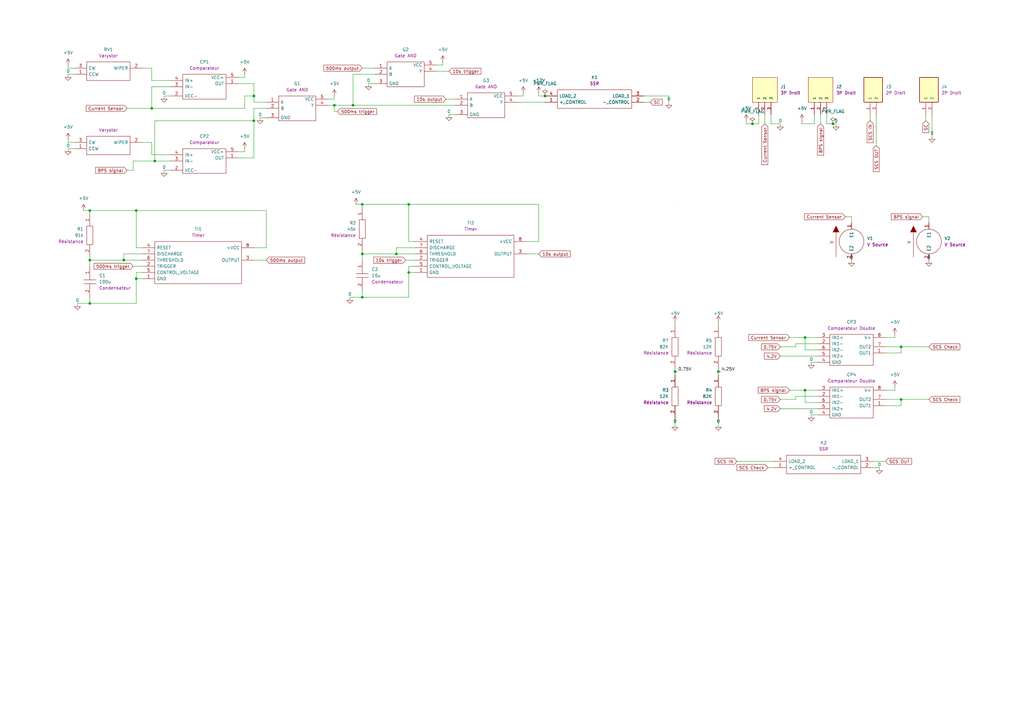
<source format=kicad_sch>
(kicad_sch (version 20230121) (generator eeschema)
  (paper "A3")
  (junction (at 276.86 152.4))
  (junction (at 55.88 114.3))
  (junction (at 50.8 106.68))
  (junction (at 308.61 50.8))
  (junction (at 148.59 104.14))
  (junction (at 294.64 152.4))
  (junction (at 167.64 111.76))
  (junction (at 104.14 39.37))
  (junction (at 62.23 44.45))
  (junction (at 330.2 160.02))
  (junction (at 330.2 138.43))
  (junction (at 369.57 142.24))
  (junction (at 341.63 50.8))
  (junction (at 36.83 106.68))
  (junction (at 36.83 86.36))
  (junction (at 137.16 43.18))
  (junction (at 104.14 49.53))
  (junction (at 148.59 121.92))
  (junction (at 148.59 83.82))
  (junction (at 167.64 83.82))
  (junction (at 369.57 163.83))
  (junction (at 63.5 66.04))
  (junction (at 36.83 124.46))
  (junction (at 144.78 43.18))
  (junction (at 223.52 39.37))
  (junction (at 162.56 104.14))
  (junction (at 55.88 86.36))
  (wire (pts (xy 167.64 111.76) (xy 170.18 111.76)))
  (wire (pts (xy 62.23 44.45) (xy 52.07 44.45)))
  (wire (pts (xy 341.63 50.8) (xy 342.9 50.8)))
  (wire (pts (xy 330.2 165.1) (xy 335.28 165.1)))
  (wire (pts (xy 215.9 104.14) (xy 220.98 104.14)))
  (wire (pts (xy 313.69 46.99) (xy 313.69 50.8)))
  (wire (pts (xy 167.64 83.82) (xy 220.98 83.82)))
  (wire (pts (xy 274.32 39.37) (xy 274.32 43.18)))
  (wire (pts (xy 323.85 138.43) (xy 330.2 138.43)))
  (wire (pts (xy 339.09 50.8) (xy 341.63 50.8)))
  (wire (pts (xy 349.25 106.68) (xy 349.25 107.95)))
  (wire (pts (xy 100.33 60.96) (xy 100.33 62.23)))
  (wire (pts (xy 320.04 50.8) (xy 320.04 52.07)))
  (wire (pts (xy 360.68 191.77) (xy 360.68 193.04)))
  (wire (pts (xy 276.86 152.4) (xy 278.13 152.4)))
  (wire (pts (xy 162.56 101.6) (xy 162.56 104.14)))
  (wire (pts (xy 316.23 50.8) (xy 320.04 50.8)))
  (wire (pts (xy 302.26 189.23) (xy 317.5 189.23)))
  (wire (pts (xy 367.03 137.16) (xy 367.03 138.43)))
  (wire (pts (xy 148.59 104.14) (xy 162.56 104.14)))
  (wire (pts (xy 363.22 142.24) (xy 369.57 142.24)))
  (wire (pts (xy 143.51 123.19) (xy 143.51 121.92)))
  (wire (pts (xy 67.31 39.37) (xy 67.31 40.64)))
  (wire (pts (xy 69.85 39.37) (xy 67.31 39.37)))
  (wire (pts (xy 146.05 83.82) (xy 148.59 83.82)))
  (wire (pts (xy 62.23 33.02) (xy 69.85 33.02)))
  (wire (pts (xy 369.57 142.24) (xy 369.57 144.78)))
  (wire (pts (xy 323.85 160.02) (xy 330.2 160.02)))
  (wire (pts (xy 367.03 158.75) (xy 367.03 160.02)))
  (wire (pts (xy 104.14 101.6) (xy 109.22 101.6)))
  (wire (pts (xy 36.83 106.68) (xy 50.8 106.68)))
  (wire (pts (xy 104.14 39.37) (xy 104.14 41.91)))
  (wire (pts (xy 335.28 170.18) (xy 332.74 170.18)))
  (wire (pts (xy 148.59 27.94) (xy 153.67 27.94)))
  (wire (pts (xy 294.64 132.08) (xy 294.64 133.35)))
  (wire (pts (xy 167.64 121.92) (xy 148.59 121.92)))
  (wire (pts (xy 58.42 111.76) (xy 55.88 111.76)))
  (wire (pts (xy 27.94 58.42) (xy 30.48 58.42)))
  (wire (pts (xy 153.67 34.29) (xy 151.13 34.29)))
  (wire (pts (xy 106.68 48.26) (xy 106.68 49.53)))
  (wire (pts (xy 311.15 46.99) (xy 311.15 50.8)))
  (wire (pts (xy 369.57 166.37) (xy 363.22 166.37)))
  (wire (pts (xy 363.22 163.83) (xy 369.57 163.83)))
  (wire (pts (xy 104.14 41.91) (xy 109.22 41.91)))
  (wire (pts (xy 369.57 163.83) (xy 369.57 166.37)))
  (wire (pts (xy 306.07 50.8) (xy 306.07 49.53)))
  (wire (pts (xy 332.74 170.18) (xy 332.74 171.45)))
  (wire (pts (xy 326.39 142.24) (xy 320.04 142.24)))
  (wire (pts (xy 214.63 39.37) (xy 212.09 39.37)))
  (wire (pts (xy 294.64 152.4) (xy 294.64 153.67)))
  (wire (pts (xy 109.22 48.26) (xy 106.68 48.26)))
  (wire (pts (xy 97.79 64.77) (xy 104.14 64.77)))
  (wire (pts (xy 367.03 160.02) (xy 363.22 160.02)))
  (wire (pts (xy 162.56 101.6) (xy 170.18 101.6)))
  (wire (pts (xy 359.41 46.99) (xy 359.41 59.69)))
  (wire (pts (xy 30.48 30.48) (xy 27.94 30.48)))
  (wire (pts (xy 137.16 45.72) (xy 138.43 45.72)))
  (wire (pts (xy 346.71 88.9) (xy 349.25 88.9)))
  (wire (pts (xy 308.61 50.8) (xy 306.07 50.8)))
  (wire (pts (xy 109.22 101.6) (xy 109.22 86.36)))
  (wire (pts (xy 264.16 39.37) (xy 274.32 39.37)))
  (wire (pts (xy 170.18 109.22) (xy 167.64 109.22)))
  (wire (pts (xy 167.64 109.22) (xy 167.64 111.76)))
  (wire (pts (xy 330.2 160.02) (xy 335.28 160.02)))
  (wire (pts (xy 326.39 162.56) (xy 326.39 163.83)))
  (wire (pts (xy 356.87 46.99) (xy 356.87 49.53)))
  (wire (pts (xy 214.63 38.1) (xy 214.63 39.37)))
  (wire (pts (xy 336.55 46.99) (xy 336.55 50.8)))
  (wire (pts (xy 36.83 105.41) (xy 36.83 106.68)))
  (wire (pts (xy 153.67 30.48) (xy 144.78 30.48)))
  (wire (pts (xy 100.33 30.48) (xy 100.33 31.75)))
  (wire (pts (xy 148.59 83.82) (xy 148.59 85.09)))
  (wire (pts (xy 58.42 58.42) (xy 62.23 58.42)))
  (wire (pts (xy 367.03 138.43) (xy 363.22 138.43)))
  (wire (pts (xy 328.93 50.8) (xy 328.93 49.53)))
  (wire (pts (xy 212.09 41.91) (xy 223.52 41.91)))
  (wire (pts (xy 220.98 38.1) (xy 220.98 39.37)))
  (wire (pts (xy 36.83 86.36) (xy 36.83 87.63)))
  (wire (pts (xy 167.64 83.82) (xy 167.64 99.06)))
  (wire (pts (xy 27.94 26.67) (xy 27.94 27.94)))
  (wire (pts (xy 55.88 101.6) (xy 58.42 101.6)))
  (wire (pts (xy 330.2 160.02) (xy 330.2 165.1)))
  (wire (pts (xy 349.25 88.9) (xy 349.25 91.44)))
  (wire (pts (xy 167.64 99.06) (xy 170.18 99.06)))
  (wire (pts (xy 27.94 60.96) (xy 27.94 62.23)))
  (wire (pts (xy 316.23 46.99) (xy 316.23 50.8)))
  (wire (pts (xy 369.57 142.24) (xy 381 142.24)))
  (wire (pts (xy 137.16 43.18) (xy 144.78 43.18)))
  (wire (pts (xy 181.61 25.4) (xy 181.61 26.67)))
  (wire (pts (xy 314.96 191.77) (xy 317.5 191.77)))
  (wire (pts (xy 311.15 50.8) (xy 308.61 50.8)))
  (wire (pts (xy 54.61 66.04) (xy 63.5 66.04)))
  (wire (pts (xy 100.33 62.23) (xy 97.79 62.23)))
  (wire (pts (xy 148.59 83.82) (xy 167.64 83.82)))
  (wire (pts (xy 100.33 31.75) (xy 97.79 31.75)))
  (wire (pts (xy 143.51 121.92) (xy 148.59 121.92)))
  (wire (pts (xy 330.2 143.51) (xy 335.28 143.51)))
  (wire (pts (xy 276.86 151.13) (xy 276.86 152.4)))
  (wire (pts (xy 148.59 102.87) (xy 148.59 104.14)))
  (wire (pts (xy 276.86 132.08) (xy 276.86 133.35)))
  (wire (pts (xy 330.2 138.43) (xy 330.2 143.51)))
  (wire (pts (xy 358.14 189.23) (xy 363.22 189.23)))
  (wire (pts (xy 31.75 125.73) (xy 31.75 124.46)))
  (wire (pts (xy 137.16 40.64) (xy 134.62 40.64)))
  (wire (pts (xy 320.04 167.64) (xy 335.28 167.64)))
  (wire (pts (xy 62.23 35.56) (xy 62.23 44.45)))
  (wire (pts (xy 63.5 49.53) (xy 63.5 66.04)))
  (wire (pts (xy 104.14 34.29) (xy 104.14 39.37)))
  (wire (pts (xy 104.14 49.53) (xy 63.5 49.53)))
  (wire (pts (xy 134.62 43.18) (xy 137.16 43.18)))
  (wire (pts (xy 54.61 109.22) (xy 58.42 109.22)))
  (wire (pts (xy 104.14 44.45) (xy 104.14 49.53)))
  (wire (pts (xy 36.83 121.92) (xy 36.83 124.46)))
  (wire (pts (xy 55.88 111.76) (xy 55.88 114.3)))
  (wire (pts (xy 137.16 43.18) (xy 137.16 45.72)))
  (wire (pts (xy 181.61 26.67) (xy 179.07 26.67)))
  (wire (pts (xy 264.16 41.91) (xy 266.7 41.91)))
  (wire (pts (xy 369.57 163.83) (xy 381 163.83)))
  (wire (pts (xy 55.88 114.3) (xy 55.88 124.46)))
  (wire (pts (xy 334.01 46.99) (xy 334.01 50.8)))
  (wire (pts (xy 379.73 46.99) (xy 379.73 49.53)))
  (wire (pts (xy 55.88 86.36) (xy 109.22 86.36)))
  (wire (pts (xy 223.52 39.37) (xy 220.98 39.37)))
  (wire (pts (xy 104.14 44.45) (xy 109.22 44.45)))
  (wire (pts (xy 27.94 57.15) (xy 27.94 58.42)))
  (wire (pts (xy 294.64 151.13) (xy 294.64 152.4)))
  (wire (pts (xy 104.14 106.68) (xy 109.22 106.68)))
  (wire (pts (xy 330.2 138.43) (xy 335.28 138.43)))
  (wire (pts (xy 148.59 104.14) (xy 148.59 106.68)))
  (wire (pts (xy 186.69 46.99) (xy 184.15 46.99)))
  (wire (pts (xy 166.37 106.68) (xy 170.18 106.68)))
  (wire (pts (xy 27.94 27.94) (xy 30.48 27.94)))
  (wire (pts (xy 69.85 69.85) (xy 67.31 69.85)))
  (wire (pts (xy 55.88 124.46) (xy 36.83 124.46)))
  (wire (pts (xy 50.8 104.14) (xy 50.8 106.68)))
  (wire (pts (xy 326.39 140.97) (xy 335.28 140.97)))
  (wire (pts (xy 34.29 86.36) (xy 36.83 86.36)))
  (wire (pts (xy 328.93 50.8) (xy 334.01 50.8)))
  (wire (pts (xy 332.74 148.59) (xy 332.74 149.86)))
  (wire (pts (xy 276.86 171.45) (xy 276.86 175.26)))
  (wire (pts (xy 151.13 34.29) (xy 151.13 35.56)))
  (wire (pts (xy 100.33 44.45) (xy 100.33 39.37)))
  (wire (pts (xy 326.39 140.97) (xy 326.39 142.24)))
  (wire (pts (xy 220.98 99.06) (xy 220.98 83.82)))
  (wire (pts (xy 30.48 60.96) (xy 27.94 60.96)))
  (wire (pts (xy 167.64 111.76) (xy 167.64 121.92)))
  (wire (pts (xy 62.23 35.56) (xy 69.85 35.56)))
  (wire (pts (xy 294.64 171.45) (xy 294.64 175.26)))
  (wire (pts (xy 54.61 69.85) (xy 52.07 69.85)))
  (wire (pts (xy 335.28 148.59) (xy 332.74 148.59)))
  (wire (pts (xy 36.83 86.36) (xy 55.88 86.36)))
  (wire (pts (xy 62.23 27.94) (xy 62.23 33.02)))
  (wire (pts (xy 326.39 163.83) (xy 320.04 163.83)))
  (wire (pts (xy 100.33 39.37) (xy 104.14 39.37)))
  (wire (pts (xy 326.39 162.56) (xy 335.28 162.56)))
  (wire (pts (xy 294.64 152.4) (xy 295.91 152.4)))
  (wire (pts (xy 55.88 86.36) (xy 55.88 101.6)))
  (wire (pts (xy 144.78 30.48) (xy 144.78 43.18)))
  (wire (pts (xy 381 88.9) (xy 381 91.44)))
  (wire (pts (xy 320.04 146.05) (xy 335.28 146.05)))
  (wire (pts (xy 276.86 152.4) (xy 276.86 153.67)))
  (wire (pts (xy 54.61 66.04) (xy 54.61 69.85)))
  (wire (pts (xy 381 106.68) (xy 381 107.95)))
  (wire (pts (xy 50.8 104.14) (xy 58.42 104.14)))
  (wire (pts (xy 104.14 49.53) (xy 104.14 64.77)))
  (wire (pts (xy 382.27 46.99) (xy 382.27 57.15)))
  (wire (pts (xy 27.94 30.48) (xy 27.94 31.75)))
  (wire (pts (xy 137.16 39.37) (xy 137.16 40.64)))
  (wire (pts (xy 148.59 119.38) (xy 148.59 121.92)))
  (wire (pts (xy 97.79 34.29) (xy 104.14 34.29)))
  (wire (pts (xy 62.23 44.45) (xy 100.33 44.45)))
  (wire (pts (xy 342.9 50.8) (xy 342.9 52.07)))
  (wire (pts (xy 184.15 46.99) (xy 184.15 48.26)))
  (wire (pts (xy 369.57 144.78) (xy 363.22 144.78)))
  (wire (pts (xy 179.07 29.21) (xy 184.15 29.21)))
  (wire (pts (xy 144.78 43.18) (xy 186.69 43.18)))
  (wire (pts (xy 50.8 106.68) (xy 58.42 106.68)))
  (wire (pts (xy 58.42 27.94) (xy 62.23 27.94)))
  (wire (pts (xy 182.88 40.64) (xy 186.69 40.64)))
  (wire (pts (xy 31.75 124.46) (xy 36.83 124.46)))
  (wire (pts (xy 67.31 69.85) (xy 67.31 71.12)))
  (wire (pts (xy 55.88 114.3) (xy 58.42 114.3)))
  (wire (pts (xy 63.5 66.04) (xy 69.85 66.04)))
  (wire (pts (xy 358.14 191.77) (xy 360.68 191.77)))
  (wire (pts (xy 62.23 58.42) (xy 62.23 63.5)))
  (wire (pts (xy 162.56 104.14) (xy 170.18 104.14)))
  (wire (pts (xy 215.9 99.06) (xy 220.98 99.06)))
  (wire (pts (xy 36.83 106.68) (xy 36.83 109.22)))
  (wire (pts (xy 339.09 46.99) (xy 339.09 50.8)))
  (wire (pts (xy 378.46 88.9) (xy 381 88.9)))
  (wire (pts (xy 62.23 63.5) (xy 69.85 63.5)))
  (rectangle (start 276.86 82.55) (end 276.86 82.55))
  (label "4.25V" (at 295.91 152.4 0))
  (label "0.75V" (at 278.13 152.4 0))
  (global_label "Current Sensor" (shape input) (at 313.69 50.8 270) (property "Intersheetrefs" "${INTERSHEET_REFS}" (effects hide)))
  (global_label "500ms trigger" (shape input) (at 54.61 109.22 180) (property "Intersheetrefs" "${INTERSHEET_REFS}" (effects hide)))
  (global_label "BPS signal" (shape input) (at 378.46 88.9 180) (property "Intersheetrefs" "${INTERSHEET_REFS}" (effects hide)))
  (global_label "SCS IN" (shape input) (at 302.26 189.23 180) (property "Intersheetrefs" "${INTERSHEET_REFS}" (effects hide)))
  (global_label "SCS Check" (shape input) (at 314.96 191.77 180) (property "Intersheetrefs" "${INTERSHEET_REFS}" (effects hide)))
  (global_label "4.2V" (shape input) (at 320.04 146.05 180) (property "Intersheetrefs" "${INTERSHEET_REFS}" (effects hide)))
  (global_label "500ms output" (shape input) (at 148.59 27.94 180) (property "Intersheetrefs" "${INTERSHEET_REFS}" (effects hide)))
  (global_label "SCS OUT" (shape input) (at 363.22 189.23 0) (property "Intersheetrefs" "${INTERSHEET_REFS}" (effects hide)))
  (global_label "500ms trigger" (shape input) (at 138.43 45.72 0) (property "Intersheetrefs" "${INTERSHEET_REFS}" (effects hide)))
  (global_label "BPS signal" (shape input) (at 336.55 50.8 270) (property "Intersheetrefs" "${INTERSHEET_REFS}" (effects hide)))
  (global_label "BPS signal" (shape input) (at 52.07 69.85 180) (property "Intersheetrefs" "${INTERSHEET_REFS}" (effects hide)))
  (global_label "SC" (shape input) (at 266.7 41.91 0) (property "Intersheetrefs" "${INTERSHEET_REFS}" (effects hide)))
  (global_label "Current Sensor" (shape input) (at 346.71 88.9 180) (property "Intersheetrefs" "${INTERSHEET_REFS}" (effects hide)))
  (global_label "0.75V" (shape input) (at 320.04 163.83 180) (property "Intersheetrefs" "${INTERSHEET_REFS}" (effects hide)))
  (global_label "SCS IN" (shape input) (at 356.87 49.53 270) (property "Intersheetrefs" "${INTERSHEET_REFS}" (effects hide)))
  (global_label "4.2V" (shape input) (at 320.04 167.64 180) (property "Intersheetrefs" "${INTERSHEET_REFS}" (effects hide)))
  (global_label "SCS Check" (shape input) (at 381 142.24 0) (property "Intersheetrefs" "${INTERSHEET_REFS}" (effects hide)))
  (global_label "10s trigger" (shape input) (at 166.37 106.68 180) (property "Intersheetrefs" "${INTERSHEET_REFS}" (effects hide)))
  (global_label "10s output" (shape input) (at 182.88 40.64 180) (property "Intersheetrefs" "${INTERSHEET_REFS}" (effects hide)))
  (global_label "SCS OUT" (shape input) (at 359.41 59.69 270) (property "Intersheetrefs" "${INTERSHEET_REFS}" (effects hide)))
  (global_label "SC" (shape input) (at 379.73 49.53 270) (property "Intersheetrefs" "${INTERSHEET_REFS}" (effects hide)))
  (global_label "Current Sensor" (shape input) (at 52.07 44.45 180) (property "Intersheetrefs" "${INTERSHEET_REFS}" (effects hide)))
  (global_label "10s trigger" (shape input) (at 184.15 29.21 0) (property "Intersheetrefs" "${INTERSHEET_REFS}" (effects hide)))
  (global_label "SCS Check" (shape input) (at 381 163.83 0) (property "Intersheetrefs" "${INTERSHEET_REFS}" (effects hide)))
  (global_label "BPS signal" (shape input) (at 323.85 160.02 180) (property "Intersheetrefs" "${INTERSHEET_REFS}" (effects hide)))
  (global_label "10s output" (shape input) (at 220.98 104.14 0) (property "Intersheetrefs" "${INTERSHEET_REFS}" (effects hide)))
  (global_label "Current Sensor" (shape input) (at 323.85 138.43 180) (property "Intersheetrefs" "${INTERSHEET_REFS}" (effects hide)))
  (global_label "500ms output" (shape input) (at 109.22 106.68 0) (property "Intersheetrefs" "${INTERSHEET_REFS}" (effects hide)))
  (global_label "0.75V" (shape input) (at 320.04 142.24 180) (property "Intersheetrefs" "${INTERSHEET_REFS}" (effects hide)))
  (symbol (lib_id "Simulation_SPICE:0") (at 67.31 71.12 0) (unit 1)
    (property "Reference" "#GND09" (effects hide))
    (property "Value" "0" (at 67.31 68.58 0))
  )
  (symbol (lib_id "Simulation_SPICE:0") (at 106.68 49.53 0) (unit 1)
    (property "Reference" "#GND010" (effects hide))
    (property "Value" "0" (at 106.68 46.99 0))
  )
  (symbol (lib_id "EPSA_lib:Résistance RK73H2BLTDD2152F") (at 294.64 153.67 270) (unit 1)
    (property "Reference" "R4" (at 292.1 160.02 90) (effects (justify right)))
    (property "Value" "82K" (at 292.1 162.56 90) (effects (justify right)))
    (property "Footprint" "EPSA_lib:RESC3216X70N" (effects hide))
    (property "Datasheet" "http://www.koaspeer.com/catimages/Products/RK73H/RK73H.pdf" (effects hide))
    (property "Sim.Pins" "1=+ 2=-" (effects hide))
    (property "Sim.Device" "R" (effects hide))
    (property "Description" "Thick Film Resistors - SMD" (effects hide))
    (property "Height" "0.7" (effects hide))
    (property "Manufacturer_Name" "KOA Speer" (effects hide))
    (property "Manufacturer_Part_Number" "RK73H2BLTDD2152F" (effects hide))
    (property "Mouser Part Number" "N/A" (effects hide))
    (property "Mouser Price/Stock" "https://www.mouser.co.uk/ProductDetail/KOA-Speer/RK73H2BLTDD2152F?qs=WeIALVmW3zmyxMFsjVzMRw%3D%3D" (effects hide))
    (property "Render Name" "Résistance" (at 292.1 165.1 90) (effects (justify right)))
  )
  (symbol (lib_id "power:PWR_FLAG") (at 308.61 50.8 0) (unit 1)
    (property "Reference" "#FLG01" (effects hide))
    (property "Value" "PWR_FLAG" (at 308.61 45.72 0))
  )
  (symbol (lib_id "EPSA_lib:Comparateur TS391ILT") (at 69.85 63.5 0) (unit 1)
    (property "Reference" "CP2" (at 83.82 55.88 0))
    (property "Value" "Comparateur TS391ILT" (effects hide))
    (property "Footprint" "EPSA_lib:SOT95P280X145-5N" (effects hide))
    (property "Datasheet" "http://www.st.com/st-web-ui/static/active/en/resource/technical/document/datasheet/CD00001660.pdf" (effects hide))
    (property "Sim.Pins" "4=1 3=2 5=3 2=4 1=5" (effects hide))
    (property "Sim.Device" "SPICE" (effects hide))
    (property "Sim.Params" "type=\"X\" model=\"TS391\" lib=\"${EPSA}\\SpiceModel\\C_ts391.lib\"" (effects hide))
    (property "Description" "TS391ILT, Comparator Open Collector 0.3us 12 V, 15 V, 18 V, 24 V, 28 V, 3 V, 5 V, 9 V 5-Pin SOT-23" (effects hide))
    (property "Height" "1.45" (effects hide))
    (property "Manufacturer_Name" "STMicroelectronics" (effects hide))
    (property "Manufacturer_Part_Number" "TS391ILT" (effects hide))
    (property "Mouser Part Number" "511-TS391IL" (effects hide))
    (property "Mouser Price/Stock" "https://www.mouser.co.uk/ProductDetail/STMicroelectronics/TS391ILT?qs=P8h1tZw8GcB9GWR61XM17g%3D%3D" (effects hide))
    (property "Arrow Part Number" "TS391ILT" (effects hide))
    (property "Arrow Price/Stock" "https://www.arrow.com/en/products/ts391ilt/stmicroelectronics?region=europe" (effects hide))
    (property "Render Name" "Comparateur" (at 83.82 58.42 0))
  )
  (symbol (lib_id "EPSA_lib:Gate AND SN74AHCT1G08DBVR") (at 186.69 40.64 0) (unit 1)
    (property "Reference" "G3" (at 199.39 33.02 0))
    (property "Value" "Gate AND SN74AHCT1G08DBVR" (effects hide))
    (property "Footprint" "EPSA_lib:SOT95P280X145-5N" (effects hide))
    (property "Datasheet" "https://datasheet.datasheetarchive.com/originals/distributors/SFDatasheet-6/sf-000128638.pdf" (effects hide))
    (property "Sim.Pins" "4=1 1=2 2=3 5=4 3=5" (effects hide))
    (property "Sim.Device" "SPICE" (effects hide))
    (property "Sim.Params" "type=\"X\" model=\"SN74AHC1G08\" lib=\"${EPSA}\\SpiceModel\\AND_SN74AHC1G08.lib\"" (effects hide))
    (property "Description" "SN74AHCT1G08DBVR, Logic Gate 2 Input AND, AHCT, 8mA 5V 5-Pin SOT-23" (effects hide))
    (property "Height" "1.45" (effects hide))
    (property "Manufacturer_Name" "Texas Instruments" (effects hide))
    (property "Manufacturer_Part_Number" "SN74AHCT1G08DBVR" (effects hide))
    (property "Mouser Part Number" "595-SN74AHCT1G08DBVR" (effects hide))
    (property "Mouser Price/Stock" "https://www.mouser.co.uk/ProductDetail/Texas-Instruments/SN74AHCT1G08DBVR?qs=8Pd2FuFSoMGY9AK%2Ftqwbcw%3D%3D" (effects hide))
    (property "Arrow Part Number" "SN74AHCT1G08DBVR" (effects hide))
    (property "Arrow Price/Stock" "https://www.arrow.com/en/products/sn74ahct1g08dbvr/texas-instruments?region=nac" (effects hide))
    (property "Render Name" "Gate AND" (at 199.39 35.56 0))
  )
  (symbol (lib_id "power:+5V") (at 328.93 49.53 0) (unit 1)
    (property "Reference" "#PWR02" (effects hide))
    (property "Value" "+5V" (at 328.93 44.45 0))
  )
  (symbol (lib_id "Simulation_SPICE:0") (at 342.9 52.07 0) (unit 1)
    (property "Reference" "#GND02" (effects hide))
    (property "Value" "0" (at 342.9 49.53 0))
  )
  (symbol (lib_id "EPSA_lib:Timer 555 LM555CMX_NOPB") (at 58.42 101.6 0) (unit 1)
    (property "Reference" "TI1" (at 81.28 93.98 0))
    (property "Value" "Timer 555 LM555CMX_NOPB" (effects hide))
    (property "Footprint" "EPSA_lib:SOIC127P600X175-8N" (effects hide))
    (property "Datasheet" "http://www.ti.com/lit/ds/symlink/lm555.pdf" (effects hide))
    (property "Sim.Pins" "6=1 5=2 2=3 4=4 3=5 7=6 8=7 1=8" (effects hide))
    (property "Sim.Device" "SPICE" (effects hide))
    (property "Sim.Params" "type=\"X\" model=\"TLC555\" lib=\"${EPSA}\\SpiceModel\\555_TLC555.lib\"" (effects hide))
    (property "Description" "Highly stable 555 timer for generating accurate time delays and oscillation" (effects hide))
    (property "Height" "1.75" (effects hide))
    (property "Manufacturer_Name" "Texas Instruments" (effects hide))
    (property "Manufacturer_Part_Number" "LM555CMX/NOPB" (effects hide))
    (property "Mouser Part Number" "926-LM555CMX/NOPB" (effects hide))
    (property "Mouser Price/Stock" "https://www.mouser.co.uk/ProductDetail/Texas-Instruments/LM555CMX-NOPB?qs=QbsRYf82W3GHnQuoL%2FmIoA%3D%3D" (effects hide))
    (property "Arrow Part Number" "LM555CMX/NOPB" (effects hide))
    (property "Arrow Price/Stock" "https://www.arrow.com/en/products/lm555cmxnopb/texas-instruments?region=nac" (effects hide))
    (property "Render Name" "Timer" (at 81.28 96.52 0))
  )
  (symbol (lib_id "power:+5V") (at 137.16 39.37 0) (mirror y) (unit 1)
    (property "Reference" "#PWR010" (effects hide))
    (property "Value" "+5V" (at 137.16 34.29 0))
  )
  (symbol (lib_id "EPSA_lib:Dep_ Comparateur Double LM393LVDR") (at 335.28 139.7 0) (unit 1)
    (property "Reference" "CP3" (at 349.25 132.08 0))
    (property "Value" "Comparateur Double LM393LVDR" (effects hide))
    (property "Footprint" "EPSA_lib:SOIC127P600X175-8N" (effects hide))
    (property "Datasheet" "https://www.ti.com/lit/ds/symlink/lm393lv.pdf?ts=1609509320428&ref_url=https%253A%252F%252Feu.mouser.com%252F" (effects hide))
    (property "Sim.Pins" "1=1 2=2 3=3 4=4 5=5 6=6 7=7 8=8" (effects hide))
    (property "Sim.Device" "SPICE" (effects hide))
    (property "Sim.Params" "type=\"X\" model=\"LM2903B_Dual\" lib=\"${EPSA}\\SpiceModel\\CD_lm393.lib\"" (effects hide))
    (property "Description" "Analog Comparators 1.65-V to 5.5-V, low voltage dual commodity comparator" (effects hide))
    (property "Height" "1.75" (effects hide))
    (property "Manufacturer_Name" "Texas Instruments" (effects hide))
    (property "Manufacturer_Part_Number" "LM393LVDR" (effects hide))
    (property "Mouser Part Number" "595-LM393LVDR" (effects hide))
    (property "Mouser Price/Stock" "https://www.mouser.co.uk/ProductDetail/Texas-Instruments/LM393LVDR?qs=zW32dvEIR3vk5%2FzEI25KTQ%3D%3D" (effects hide))
    (property "Arrow Part Number" "LM393LVDR" (effects hide))
    (property "Arrow Price/Stock" "https://www.arrow.com/en/products/lm393lvdr/texas-instruments" (effects hide))
    (property "Render Name" "Comparateur Double" (at 349.25 134.62 0))
  )
  (symbol (lib_id "Simulation_SPICE:0") (at 274.32 43.18 0) (unit 1)
    (property "Reference" "#GND012" (effects hide))
    (property "Value" "0" (at 274.32 40.64 0))
  )
  (symbol (lib_id "EPSA_lib:Résistance RK73H2BLTDD2152F") (at 148.59 85.09 270) (unit 1)
    (property "Reference" "R2" (at 146.05 91.44 90) (effects (justify right)))
    (property "Value" "45k" (at 146.05 93.98 90) (effects (justify right)))
    (property "Footprint" "EPSA_lib:RESC3216X70N" (effects hide))
    (property "Datasheet" "http://www.koaspeer.com/catimages/Products/RK73H/RK73H.pdf" (effects hide))
    (property "Sim.Pins" "1=+ 2=-" (effects hide))
    (property "Sim.Device" "R" (effects hide))
    (property "Description" "Thick Film Resistors - SMD" (effects hide))
    (property "Height" "0.7" (effects hide))
    (property "Manufacturer_Name" "KOA Speer" (effects hide))
    (property "Manufacturer_Part_Number" "RK73H2BLTDD2152F" (effects hide))
    (property "Mouser Part Number" "N/A" (effects hide))
    (property "Mouser Price/Stock" "https://www.mouser.co.uk/ProductDetail/KOA-Speer/RK73H2BLTDD2152F?qs=WeIALVmW3zmyxMFsjVzMRw%3D%3D" (effects hide))
    (property "Render Name" "Résistance" (at 146.05 96.52 90) (effects (justify right)))
  )
  (symbol (lib_id "Simulation_SPICE:0") (at 27.94 31.75 0) (unit 1)
    (property "Reference" "#GND06" (effects hide))
    (property "Value" "0" (at 27.94 29.21 0))
  )
  (symbol (lib_id "Simulation_SPICE:0") (at 360.68 193.04 0) (unit 1)
    (property "Reference" "#GND020" (effects hide))
    (property "Value" "0" (at 360.68 190.5 0))
  )
  (symbol (lib_id "Simulation_SPICE:0") (at 143.51 123.19 0) (unit 1)
    (property "Reference" "#GND015" (effects hide))
    (property "Value" "0" (at 143.51 120.65 0))
  )
  (symbol (lib_id "EPSA_lib:3P Droit 22-11-2032") (at 313.69 36.83 90) (unit 1)
    (property "Reference" "J1" (at 320.04 35.56 90) (effects (justify right)))
    (property "Value" "3P Droit 22-11-2032" (effects hide))
    (property "Footprint" "EPSA_lib:MOLEX_22-11-2032" (effects hide))
    (property "Sim.Pins" "1=1 2=2 3=3" (effects hide))
    (property "Sim.Device" "SPICE" (effects hide))
    (property "Sim.Params" "type=\"J\" model=\"22-11-2032\" lib=\"\"" (effects hide))
    (property "STANDARD" "Manufacturer recommendations" (effects hide))
    (property "PARTREV" "BD8" (effects hide))
    (property "MAXIMUM_PACKAGE_HEIGHT" "10.66mm" (effects hide))
    (property "MANUFACTURER" "Molex" (effects hide))
    (property "Sim.Enable" "0" (effects hide))
    (property "Render Name" "3P Droit" (at 320.04 38.1 90) (effects (justify right)))
  )
  (symbol (lib_id "EPSA_lib:Varystor 3296Y-1-223LF") (at 58.42 27.94 0) (mirror y) (unit 1)
    (property "Reference" "RV1" (at 44.45 20.32 0))
    (property "Value" "Varystor 3296Y-1-223LF" (effects hide))
    (property "Footprint" "EPSA_lib:3296Y1223LF" (effects hide))
    (property "Datasheet" "https://www.bourns.com/docs/Product-Datasheets/3296.pdf" (effects hide))
    (property "Sim.Pins" "1=1 2=2 3=3" (effects hide))
    (property "Sim.Device" "SPICE" (effects hide))
    (property "Sim.Params" "type=\"X\" model=\"VARYSTOR\" lib=\"${EPSA}\\SpiceModel\\VARYSTOR.lib\"" (effects hide))
    (property "Description" "Bourns 3296Y Series 25-Turn Through Hole Cermet Trimmer Resistor with Solder Pin Terminations, 22k +/-10% 0.5W +/-100ppm/C" (effects hide))
    (property "Height" "11.8" (effects hide))
    (property "Manufacturer_Name" "Bourns" (effects hide))
    (property "Manufacturer_Part_Number" "3296Y-1-223LF" (effects hide))
    (property "Mouser Part Number" "652-3296Y-1-223LF" (effects hide))
    (property "Mouser Price/Stock" "https://www.mouser.co.uk/ProductDetail/Bourns/3296Y-1-223LF?qs=RUdTbCszRyG%2Fz0rQkQfbLg%3D%3D" (effects hide))
    (property "Arrow Part Number" "3296Y-1-223LF" (effects hide))
    (property "Arrow Price/Stock" "https://www.arrow.com/en/products/3296y-1-223lf/bourns" (effects hide))
    (property "Render Name" "Varystor" (at 44.45 22.86 0))
  )
  (symbol (lib_id "Simulation_SPICE:0") (at 31.75 125.73 0) (unit 1)
    (property "Reference" "#GND014" (effects hide))
    (property "Value" "0" (at 31.75 123.19 0))
  )
  (symbol (lib_id "Simulation_SPICE:0") (at 67.31 40.64 0) (unit 1)
    (property "Reference" "#GND04" (effects hide))
    (property "Value" "0" (at 67.31 38.1 0))
  )
  (symbol (lib_id "EPSA_lib:Comparateur TS391ILT") (at 69.85 33.02 0) (unit 1)
    (property "Reference" "CP1" (at 83.82 25.4 0))
    (property "Value" "Comparateur TS391ILT" (effects hide))
    (property "Footprint" "EPSA_lib:SOT95P280X145-5N" (effects hide))
    (property "Datasheet" "http://www.st.com/st-web-ui/static/active/en/resource/technical/document/datasheet/CD00001660.pdf" (effects hide))
    (property "Sim.Pins" "4=1 3=2 5=3 2=4 1=5" (effects hide))
    (property "Sim.Device" "SPICE" (effects hide))
    (property "Sim.Params" "type=\"X\" model=\"TS391\" lib=\"${EPSA}\\SpiceModel\\C_ts391.lib\"" (effects hide))
    (property "Description" "TS391ILT, Comparator Open Collector 0.3us 12 V, 15 V, 18 V, 24 V, 28 V, 3 V, 5 V, 9 V 5-Pin SOT-23" (effects hide))
    (property "Height" "1.45" (effects hide))
    (property "Manufacturer_Name" "STMicroelectronics" (effects hide))
    (property "Manufacturer_Part_Number" "TS391ILT" (effects hide))
    (property "Mouser Part Number" "511-TS391IL" (effects hide))
    (property "Mouser Price/Stock" "https://www.mouser.co.uk/ProductDetail/STMicroelectronics/TS391ILT?qs=P8h1tZw8GcB9GWR61XM17g%3D%3D" (effects hide))
    (property "Arrow Part Number" "TS391ILT" (effects hide))
    (property "Arrow Price/Stock" "https://www.arrow.com/en/products/ts391ilt/stmicroelectronics?region=europe" (effects hide))
    (property "Render Name" "Comparateur" (at 83.82 27.94 0))
  )
  (symbol (lib_id "Simulation_SPICE:0") (at 294.64 175.26 0) (unit 1)
    (property "Reference" "#GND019" (effects hide))
    (property "Value" "0" (at 294.64 172.72 0))
  )
  (symbol (lib_id "Simulation_SPICE:0") (at 184.15 48.26 0) (unit 1)
    (property "Reference" "#GND011" (effects hide))
    (property "Value" "0" (at 184.15 45.72 0))
  )
  (symbol (lib_id "power:+12V") (at 220.98 38.1 0) (unit 1)
    (property "Reference" "#PWR012" (effects hide))
    (property "Value" "+12V" (at 220.98 33.02 0))
  )
  (symbol (lib_id "Simulation_SPICE:0") (at 349.25 107.95 0) (unit 1)
    (property "Reference" "#GND016" (effects hide))
    (property "Value" "0" (at 349.25 105.41 0))
  )
  (symbol (lib_id "power:+5V") (at 276.86 132.08 0) (unit 1)
    (property "Reference" "#PWR015" (effects hide))
    (property "Value" "+5V" (at 276.86 128.524 0))
  )
  (symbol (lib_id "EPSA_lib:VSOURCE") (at 349.25 97.79 90) (unit 1) (in_bom no) (on_board no)
    (property "Reference" "V1" (at 355.6 97.79 90) (effects (justify right)))
    (property "Value" "5" (effects hide))
    (property "Sim.Pins" "1=+ 2=-" (effects hide))
    (property "Sim.Type" "PULSE" (effects hide))
    (property "Sim.Device" "V" (effects hide))
    (property "Render Name" "V Source" (at 355.6 100.33 90) (effects (justify right)))
    (property "Sim.Params" "y1=0 y2=5 td=0.5 tr=0.2 tf=0.2 tw=20 per=40 np=5" (effects hide))
  )
  (symbol (lib_id "power:+5V") (at 27.94 57.15 0) (unit 1)
    (property "Reference" "#PWR05" (effects hide))
    (property "Value" "+5V" (at 27.94 52.07 0))
  )
  (symbol (lib_id "power:+5V") (at 181.61 25.4 0) (mirror y) (unit 1)
    (property "Reference" "#PWR09" (effects hide))
    (property "Value" "+5V" (at 181.61 20.32 0))
  )
  (symbol (lib_id "EPSA_lib:2P Droit 2-11-2022") (at 379.73 36.83 90) (unit 1)
    (property "Reference" "J4" (at 386.08 35.56 90) (effects (justify right)))
    (property "Value" "2P Droit 2-11-2022" (effects hide))
    (property "Footprint" "EPSA_lib:MOLEX_22-11-2022" (effects hide))
    (property "Sim.Pins" "1=1 2=2" (effects hide))
    (property "Sim.Device" "SPICE" (effects hide))
    (property "Sim.Params" "type=\"J\" model=\"22-11-2022\" lib=\"\"" (effects hide))
    (property "MAXIMUM_PACKAGE_HEIGHT" "10.66mm" (effects hide))
    (property "PARTREV" "BD8" (effects hide))
    (property "STANDARD" "Manufacturer Recommendations" (effects hide))
    (property "MANUFACTURER" "Molex" (effects hide))
    (property "Sim.Enable" "0" (effects hide))
    (property "Render Name" "2P Droit" (at 386.08 38.1 90) (effects (justify right)))
  )
  (symbol (lib_id "power:+5V") (at 100.33 60.96 0) (mirror y) (unit 1)
    (property "Reference" "#PWR08" (effects hide))
    (property "Value" "+5V" (at 100.33 55.88 0))
  )
  (symbol (lib_id "EPSA_lib:SSR CPC1394GR") (at 317.5 189.23 0) (unit 1)
    (property "Reference" "K2" (at 337.82 181.61 0))
    (property "Value" "SSR CPC1394GR" (effects hide))
    (property "Footprint" "EPSA_lib:CPC1394GR" (effects hide))
    (property "Datasheet" "https://componentsearchengine.com/Datasheets/1/CPC1394GR.pdf" (effects hide))
    (property "Sim.Pins" "1=1 2=2 3=3 4=4" (effects hide))
    (property "Sim.Device" "SPICE" (effects hide))
    (property "Sim.Params" "type=\"X\" model=\"SWITCH\" lib=\"${EPSA}\\SpiceModel\\SSR.lib\"" (effects hide))
    (property "Description" "SPST-NO Solid State Relay Solder 120 mA rms/mA dc Surface Mount, DC MOSFET" (effects hide))
    (property "Height" "3.556" (effects hide))
    (property "Manufacturer_Name" "LITTELFUSE" (effects hide))
    (property "Manufacturer_Part_Number" "CPC1394GR" (effects hide))
    (property "Mouser Part Number" "849-CPC1394GR" (effects hide))
    (property "Mouser Price/Stock" "https://www.mouser.co.uk/ProductDetail/IXYS-Integrated-Circuits/CPC1394GR?qs=8uBHJDVwVqyTG8bzDwZMmA%3D%3D" (effects hide))
    (property "Render Name" "SSR" (at 337.82 184.15 0))
  )
  (symbol (lib_id "EPSA_lib:SSR CPC1394GR") (at 223.52 39.37 0) (unit 1)
    (property "Reference" "K1" (at 243.84 31.75 0))
    (property "Value" "SSR CPC1394GR" (effects hide))
    (property "Footprint" "EPSA_lib:CPC1394GR" (effects hide))
    (property "Datasheet" "https://componentsearchengine.com/Datasheets/1/CPC1394GR.pdf" (effects hide))
    (property "Sim.Pins" "1=1 2=2 3=3 4=4" (effects hide))
    (property "Sim.Device" "SPICE" (effects hide))
    (property "Sim.Params" "type=\"X\" model=\"SWITCH\" lib=\"${EPSA}\\SpiceModel\\SSR.lib\"" (effects hide))
    (property "Description" "SPST-NO Solid State Relay Solder 120 mA rms/mA dc Surface Mount, DC MOSFET" (effects hide))
    (property "Height" "3.556" (effects hide))
    (property "Manufacturer_Name" "LITTELFUSE" (effects hide))
    (property "Manufacturer_Part_Number" "CPC1394GR" (effects hide))
    (property "Mouser Part Number" "849-CPC1394GR" (effects hide))
    (property "Mouser Price/Stock" "https://www.mouser.co.uk/ProductDetail/IXYS-Integrated-Circuits/CPC1394GR?qs=8uBHJDVwVqyTG8bzDwZMmA%3D%3D" (effects hide))
    (property "Render Name" "SSR" (at 243.84 34.29 0))
  )
  (symbol (lib_id "EPSA_lib:Résistance RK73H2BLTDD2152F") (at 276.86 133.35 270) (unit 1)
    (property "Reference" "R7" (at 274.32 139.7 90) (effects (justify right)))
    (property "Value" "82K" (at 274.32 142.24 90) (effects (justify right)))
    (property "Footprint" "EPSA_lib:RESC3216X70N" (effects hide))
    (property "Datasheet" "http://www.koaspeer.com/catimages/Products/RK73H/RK73H.pdf" (effects hide))
    (property "Sim.Pins" "1=+ 2=-" (effects hide))
    (property "Sim.Device" "R" (effects hide))
    (property "Description" "Thick Film Resistors - SMD" (effects hide))
    (property "Height" "0.7" (effects hide))
    (property "Manufacturer_Name" "KOA Speer" (effects hide))
    (property "Manufacturer_Part_Number" "RK73H2BLTDD2152F" (effects hide))
    (property "Mouser Part Number" "N/A" (effects hide))
    (property "Mouser Price/Stock" "https://www.mouser.co.uk/ProductDetail/KOA-Speer/RK73H2BLTDD2152F?qs=WeIALVmW3zmyxMFsjVzMRw%3D%3D" (effects hide))
    (property "Render Name" "Résistance" (at 274.32 144.78 90) (effects (justify right)))
  )
  (symbol (lib_id "EPSA_lib:Dep_ Comparateur Double LM393LVDR") (at 335.28 161.29 0) (unit 1)
    (property "Reference" "CP4" (at 349.25 153.67 0))
    (property "Value" "Comparateur Double LM393LVDR" (effects hide))
    (property "Footprint" "EPSA_lib:SOIC127P600X175-8N" (effects hide))
    (property "Datasheet" "https://www.ti.com/lit/ds/symlink/lm393lv.pdf?ts=1609509320428&ref_url=https%253A%252F%252Feu.mouser.com%252F" (effects hide))
    (property "Sim.Pins" "1=1 2=2 3=3 4=4 5=5 6=6 7=7 8=8" (effects hide))
    (property "Sim.Device" "SPICE" (effects hide))
    (property "Sim.Params" "type=\"X\" model=\"LM2903B_Dual\" lib=\"${EPSA}\\SpiceModel\\CD_lm393.lib\"" (effects hide))
    (property "Description" "Analog Comparators 1.65-V to 5.5-V, low voltage dual commodity comparator" (effects hide))
    (property "Height" "1.75" (effects hide))
    (property "Manufacturer_Name" "Texas Instruments" (effects hide))
    (property "Manufacturer_Part_Number" "LM393LVDR" (effects hide))
    (property "Mouser Part Number" "595-LM393LVDR" (effects hide))
    (property "Mouser Price/Stock" "https://www.mouser.co.uk/ProductDetail/Texas-Instruments/LM393LVDR?qs=zW32dvEIR3vk5%2FzEI25KTQ%3D%3D" (effects hide))
    (property "Arrow Part Number" "LM393LVDR" (effects hide))
    (property "Arrow Price/Stock" "https://www.arrow.com/en/products/lm393lvdr/texas-instruments" (effects hide))
    (property "Render Name" "Comparateur Double" (at 349.25 156.21 0))
  )
  (symbol (lib_id "power:PWR_FLAG") (at 341.63 50.8 0) (unit 1)
    (property "Reference" "#FLG04" (effects hide))
    (property "Value" "PWR_FLAG" (at 341.63 45.72 0))
  )
  (symbol (lib_id "Simulation_SPICE:0") (at 382.27 57.15 0) (unit 1)
    (property "Reference" "#GND03" (effects hide))
    (property "Value" "0" (at 382.27 54.61 0))
  )
  (symbol (lib_id "Simulation_SPICE:0") (at 332.74 149.86 0) (unit 1)
    (property "Reference" "#GND05" (effects hide))
    (property "Value" "0" (at 332.74 147.32 0))
  )
  (symbol (lib_id "EPSA_lib:Varystor 3296Y-1-223LF") (at 58.42 58.42 0) (mirror y) (unit 1)
    (property "Reference" "RV3" (effects hide))
    (property "Value" "Varystor 3296Y-1-223LF" (effects hide))
    (property "Footprint" "EPSA_lib:3296Y1223LF" (effects hide))
    (property "Datasheet" "https://www.bourns.com/docs/Product-Datasheets/3296.pdf" (effects hide))
    (property "Sim.Pins" "1=1 2=2 3=3" (effects hide))
    (property "Sim.Device" "SPICE" (effects hide))
    (property "Sim.Params" "type=\"X\" model=\"VARYSTOR\" lib=\"${EPSA}\\SpiceModel\\VARYSTOR.lib\"" (effects hide))
    (property "Description" "Bourns 3296Y Series 25-Turn Through Hole Cermet Trimmer Resistor with Solder Pin Terminations, 22k +/-10% 0.5W +/-100ppm/C" (effects hide))
    (property "Height" "11.8" (effects hide))
    (property "Manufacturer_Name" "Bourns" (effects hide))
    (property "Manufacturer_Part_Number" "3296Y-1-223LF" (effects hide))
    (property "Mouser Part Number" "652-3296Y-1-223LF" (effects hide))
    (property "Mouser Price/Stock" "https://www.mouser.co.uk/ProductDetail/Bourns/3296Y-1-223LF?qs=RUdTbCszRyG%2Fz0rQkQfbLg%3D%3D" (effects hide))
    (property "Arrow Part Number" "3296Y-1-223LF" (effects hide))
    (property "Arrow Price/Stock" "https://www.arrow.com/en/products/3296y-1-223lf/bourns" (effects hide))
    (property "Render Name" "Varystor" (at 44.45 53.34 0))
  )
  (symbol (lib_id "Simulation_SPICE:0") (at 276.86 175.26 0) (unit 1)
    (property "Reference" "#GND018" (effects hide))
    (property "Value" "0" (at 276.86 172.72 0))
  )
  (symbol (lib_id "Simulation_SPICE:0") (at 151.13 35.56 0) (unit 1)
    (property "Reference" "#GND013" (effects hide))
    (property "Value" "0" (at 151.13 33.02 0))
  )
  (symbol (lib_id "EPSA_lib:Gate AND SN74AHCT1G08DBVR") (at 153.67 27.94 0) (unit 1)
    (property "Reference" "G2" (at 166.37 20.32 0))
    (property "Value" "Gate AND SN74AHCT1G08DBVR" (effects hide))
    (property "Footprint" "EPSA_lib:SOT95P280X145-5N" (effects hide))
    (property "Datasheet" "https://datasheet.datasheetarchive.com/originals/distributors/SFDatasheet-6/sf-000128638.pdf" (effects hide))
    (property "Sim.Pins" "4=1 1=2 2=3 5=4 3=5" (effects hide))
    (property "Sim.Device" "SPICE" (effects hide))
    (property "Sim.Params" "type=\"X\" model=\"SN74AHC1G08\" lib=\"${EPSA}\\SpiceModel\\AND_SN74AHC1G08.lib\"" (effects hide))
    (property "Description" "SN74AHCT1G08DBVR, Logic Gate 2 Input AND, AHCT, 8mA 5V 5-Pin SOT-23" (effects hide))
    (property "Height" "1.45" (effects hide))
    (property "Manufacturer_Name" "Texas Instruments" (effects hide))
    (property "Manufacturer_Part_Number" "SN74AHCT1G08DBVR" (effects hide))
    (property "Mouser Part Number" "595-SN74AHCT1G08DBVR" (effects hide))
    (property "Mouser Price/Stock" "https://www.mouser.co.uk/ProductDetail/Texas-Instruments/SN74AHCT1G08DBVR?qs=8Pd2FuFSoMGY9AK%2Ftqwbcw%3D%3D" (effects hide))
    (property "Arrow Part Number" "SN74AHCT1G08DBVR" (effects hide))
    (property "Arrow Price/Stock" "https://www.arrow.com/en/products/sn74ahct1g08dbvr/texas-instruments?region=nac" (effects hide))
    (property "Render Name" "Gate AND" (at 166.37 22.86 0))
  )
  (symbol (lib_id "EPSA_lib:Timer 555 LM555CMX_NOPB") (at 170.18 99.06 0) (unit 1)
    (property "Reference" "TI2" (at 193.04 91.44 0))
    (property "Value" "Timer 555 LM555CMX_NOPB" (effects hide))
    (property "Footprint" "EPSA_lib:SOIC127P600X175-8N" (effects hide))
    (property "Datasheet" "http://www.ti.com/lit/ds/symlink/lm555.pdf" (effects hide))
    (property "Sim.Pins" "6=1 5=2 2=3 4=4 3=5 7=6 8=7 1=8" (effects hide))
    (property "Sim.Device" "SPICE" (effects hide))
    (property "Sim.Params" "type=\"X\" model=\"TLC555\" lib=\"${EPSA}\\SpiceModel\\555_TLC555.lib\"" (effects hide))
    (property "Description" "Highly stable 555 timer for generating accurate time delays and oscillation" (effects hide))
    (property "Height" "1.75" (effects hide))
    (property "Manufacturer_Name" "Texas Instruments" (effects hide))
    (property "Manufacturer_Part_Number" "LM555CMX/NOPB" (effects hide))
    (property "Mouser Part Number" "926-LM555CMX/NOPB" (effects hide))
    (property "Mouser Price/Stock" "https://www.mouser.co.uk/ProductDetail/Texas-Instruments/LM555CMX-NOPB?qs=QbsRYf82W3GHnQuoL%2FmIoA%3D%3D" (effects hide))
    (property "Arrow Part Number" "LM555CMX/NOPB" (effects hide))
    (property "Arrow Price/Stock" "https://www.arrow.com/en/products/lm555cmxnopb/texas-instruments?region=nac" (effects hide))
    (property "Render Name" "Timer" (at 193.04 93.98 0))
  )
  (symbol (lib_id "power:+5V") (at 100.33 30.48 0) (mirror y) (unit 1)
    (property "Reference" "#PWR07" (effects hide))
    (property "Value" "+5V" (at 100.33 25.4 0))
  )
  (symbol (lib_id "EPSA_lib:Condensateur 0805Y1000104JXT") (at 148.59 106.68 270) (unit 1)
    (property "Reference" "C2" (at 152.4 110.49 90) (effects (justify left)))
    (property "Value" "10u" (at 152.4 113.03 90) (effects (justify left)))
    (property "Footprint" "EPSA_lib:CAPC2012X130N" (effects hide))
    (property "Datasheet" "http://docs-europe.electrocomponents.com/webdocs/119d/0900766b8119d7bc.pdf" (effects hide))
    (property "Sim.Pins" "1=+ 2=-" (effects hide))
    (property "Sim.Device" "C" (effects hide))
    (property "Description" "Syfer 0805 Ceramic Chip Capacitors" (effects hide))
    (property "Height" "1.3" (effects hide))
    (property "Manufacturer_Name" "Syfer" (effects hide))
    (property "Manufacturer_Part_Number" "0805Y1000104JXT" (effects hide))
    (property "Arrow Part Number" "0805Y1000104JXT" (effects hide))
    (property "Arrow Price/Stock" "https://www.arrow.com/en/products/0805y1000104jxt/syfer-technology?region=europe" (effects hide))
    (property "Render Name" "Condensateur" (at 152.4 115.57 90) (effects (justify left)))
  )
  (symbol (lib_id "Simulation_SPICE:0") (at 27.94 62.23 0) (unit 1)
    (property "Reference" "#GND07" (effects hide))
    (property "Value" "0" (at 27.94 59.69 0))
  )
  (symbol (lib_id "power:+5V") (at 27.94 26.67 0) (unit 1)
    (property "Reference" "#PWR03" (effects hide))
    (property "Value" "+5V" (at 27.94 21.59 0))
  )
  (symbol (lib_id "power:+5V") (at 306.07 49.53 0) (unit 1)
    (property "Reference" "#PWR01" (effects hide))
    (property "Value" "+5V" (at 306.07 44.45 0))
  )
  (symbol (lib_id "power:+5V") (at 294.64 132.08 0) (unit 1)
    (property "Reference" "#PWR017" (effects hide))
    (property "Value" "+5V" (at 294.64 128.524 0))
  )
  (symbol (lib_id "EPSA_lib:Résistance RK73H2BLTDD2152F") (at 294.64 133.35 270) (unit 1)
    (property "Reference" "R5" (at 292.1 139.7 90) (effects (justify right)))
    (property "Value" "12K" (at 292.1 142.24 90) (effects (justify right)))
    (property "Footprint" "EPSA_lib:RESC3216X70N" (effects hide))
    (property "Datasheet" "http://www.koaspeer.com/catimages/Products/RK73H/RK73H.pdf" (effects hide))
    (property "Sim.Pins" "1=+ 2=-" (effects hide))
    (property "Sim.Device" "R" (effects hide))
    (property "Description" "Thick Film Resistors - SMD" (effects hide))
    (property "Height" "0.7" (effects hide))
    (property "Manufacturer_Name" "KOA Speer" (effects hide))
    (property "Manufacturer_Part_Number" "RK73H2BLTDD2152F" (effects hide))
    (property "Mouser Part Number" "N/A" (effects hide))
    (property "Mouser Price/Stock" "https://www.mouser.co.uk/ProductDetail/KOA-Speer/RK73H2BLTDD2152F?qs=WeIALVmW3zmyxMFsjVzMRw%3D%3D" (effects hide))
    (property "Render Name" "Résistance" (at 292.1 144.78 90) (effects (justify right)))
  )
  (symbol (lib_id "EPSA_lib:Résistance RK73H2BLTDD2152F") (at 36.83 87.63 270) (unit 1)
    (property "Reference" "R1" (at 34.29 93.98 90) (effects (justify right)))
    (property "Value" "91k" (at 34.29 96.52 90) (effects (justify right)))
    (property "Footprint" "EPSA_lib:RESC3216X70N" (effects hide))
    (property "Datasheet" "http://www.koaspeer.com/catimages/Products/RK73H/RK73H.pdf" (effects hide))
    (property "Sim.Pins" "1=+ 2=-" (effects hide))
    (property "Sim.Device" "R" (effects hide))
    (property "Description" "Thick Film Resistors - SMD" (effects hide))
    (property "Height" "0.7" (effects hide))
    (property "Manufacturer_Name" "KOA Speer" (effects hide))
    (property "Manufacturer_Part_Number" "RK73H2BLTDD2152F" (effects hide))
    (property "Mouser Part Number" "N/A" (effects hide))
    (property "Mouser Price/Stock" "https://www.mouser.co.uk/ProductDetail/KOA-Speer/RK73H2BLTDD2152F?qs=WeIALVmW3zmyxMFsjVzMRw%3D%3D" (effects hide))
    (property "Render Name" "Résistance" (at 34.29 99.06 90) (effects (justify right)))
  )
  (symbol (lib_id "Simulation_SPICE:0") (at 332.74 171.45 0) (unit 1)
    (property "Reference" "#GND08" (effects hide))
    (property "Value" "0" (at 332.74 168.91 0))
  )
  (symbol (lib_id "EPSA_lib:3P Droit 22-11-2032") (at 336.55 36.83 90) (unit 1)
    (property "Reference" "J2" (at 342.9 35.56 90) (effects (justify right)))
    (property "Value" "3P Droit 22-11-2032" (effects hide))
    (property "Footprint" "EPSA_lib:MOLEX_22-11-2032" (effects hide))
    (property "Sim.Pins" "1=1 2=2 3=3" (effects hide))
    (property "Sim.Device" "SPICE" (effects hide))
    (property "Sim.Params" "type=\"J\" model=\"22-11-2032\" lib=\"\"" (effects hide))
    (property "STANDARD" "Manufacturer recommendations" (effects hide))
    (property "PARTREV" "BD8" (effects hide))
    (property "MAXIMUM_PACKAGE_HEIGHT" "10.66mm" (effects hide))
    (property "MANUFACTURER" "Molex" (effects hide))
    (property "Sim.Enable" "0" (effects hide))
    (property "Render Name" "3P Droit" (at 342.9 38.1 90) (effects (justify right)))
  )
  (symbol (lib_id "EPSA_lib:VSOURCE") (at 381 97.79 90) (unit 1) (in_bom no) (on_board no)
    (property "Reference" "V2" (at 387.35 97.79 90) (effects (justify right)))
    (property "Value" "5" (effects hide))
    (property "Sim.Pins" "1=+ 2=-" (effects hide))
    (property "Sim.Type" "PULSE" (effects hide))
    (property "Sim.Device" "V" (effects hide))
    (property "Render Name" "V Source" (at 387.35 100.33 90) (effects (justify right)))
    (property "Sim.Params" "y1=0 y2=5 td=1 tr=0.2 tf=0.2 tw=12 per=24 np=4" (effects hide))
  )
  (symbol (lib_id "power:+5V") (at 214.63 38.1 0) (mirror y) (unit 1)
    (property "Reference" "#PWR011" (effects hide))
    (property "Value" "+5V" (at 214.63 33.02 0))
  )
  (symbol (lib_id "power:+5V") (at 367.03 137.16 0) (unit 1)
    (property "Reference" "#PWR04" (effects hide))
    (property "Value" "+5V" (at 367.03 132.08 0))
  )
  (symbol (lib_id "EPSA_lib:Condensateur 0805Y1000104JXT") (at 36.83 109.22 270) (unit 1)
    (property "Reference" "C1" (at 40.64 113.03 90) (effects (justify left)))
    (property "Value" "100u" (at 40.64 115.57 90) (effects (justify left)))
    (property "Footprint" "EPSA_lib:CAPC2012X130N" (effects hide))
    (property "Datasheet" "http://docs-europe.electrocomponents.com/webdocs/119d/0900766b8119d7bc.pdf" (effects hide))
    (property "Sim.Pins" "1=+ 2=-" (effects hide))
    (property "Sim.Device" "C" (effects hide))
    (property "Description" "Syfer 0805 Ceramic Chip Capacitors" (effects hide))
    (property "Height" "1.3" (effects hide))
    (property "Manufacturer_Name" "Syfer" (effects hide))
    (property "Manufacturer_Part_Number" "0805Y1000104JXT" (effects hide))
    (property "Arrow Part Number" "0805Y1000104JXT" (effects hide))
    (property "Arrow Price/Stock" "https://www.arrow.com/en/products/0805y1000104jxt/syfer-technology?region=europe" (effects hide))
    (property "Render Name" "Condensateur" (at 40.64 118.11 90) (effects (justify left)))
  )
  (symbol (lib_id "power:+5V") (at 367.03 158.75 0) (unit 1)
    (property "Reference" "#PWR06" (effects hide))
    (property "Value" "+5V" (at 367.03 153.67 0))
  )
  (symbol (lib_id "EPSA_lib:2P Droit 2-11-2022") (at 356.87 36.83 90) (unit 1)
    (property "Reference" "J3" (at 363.22 35.56 90) (effects (justify right)))
    (property "Value" "2P Droit 2-11-2022" (effects hide))
    (property "Footprint" "EPSA_lib:MOLEX_22-11-2022" (effects hide))
    (property "Sim.Pins" "1=1 2=2" (effects hide))
    (property "Sim.Device" "SPICE" (effects hide))
    (property "Sim.Params" "type=\"J\" model=\"22-11-2022\" lib=\"\"" (effects hide))
    (property "MAXIMUM_PACKAGE_HEIGHT" "10.66mm" (effects hide))
    (property "PARTREV" "BD8" (effects hide))
    (property "STANDARD" "Manufacturer Recommendations" (effects hide))
    (property "MANUFACTURER" "Molex" (effects hide))
    (property "Sim.Enable" "0" (effects hide))
    (property "Render Name" "2P Droit" (at 363.22 38.1 90) (effects (justify right)))
  )
  (symbol (lib_id "EPSA_lib:Résistance RK73H2BLTDD2152F") (at 276.86 153.67 270) (unit 1)
    (property "Reference" "R3" (at 274.32 160.02 90) (effects (justify right)))
    (property "Value" "12K" (at 274.32 162.56 90) (effects (justify right)))
    (property "Footprint" "EPSA_lib:RESC3216X70N" (effects hide))
    (property "Datasheet" "http://www.koaspeer.com/catimages/Products/RK73H/RK73H.pdf" (effects hide))
    (property "Sim.Pins" "1=+ 2=-" (effects hide))
    (property "Sim.Device" "R" (effects hide))
    (property "Description" "Thick Film Resistors - SMD" (effects hide))
    (property "Height" "0.7" (effects hide))
    (property "Manufacturer_Name" "KOA Speer" (effects hide))
    (property "Manufacturer_Part_Number" "RK73H2BLTDD2152F" (effects hide))
    (property "Mouser Part Number" "N/A" (effects hide))
    (property "Mouser Price/Stock" "https://www.mouser.co.uk/ProductDetail/KOA-Speer/RK73H2BLTDD2152F?qs=WeIALVmW3zmyxMFsjVzMRw%3D%3D" (effects hide))
    (property "Render Name" "Résistance" (at 274.32 165.1 90) (effects (justify right)))
  )
  (symbol (lib_id "power:+5V") (at 146.05 83.82 0) (unit 1)
    (property "Reference" "#PWR014" (effects hide))
    (property "Value" "+5V" (at 146.05 78.74 0))
  )
  (symbol (lib_id "EPSA_lib:Gate AND SN74AHCT1G08DBVR") (at 109.22 41.91 0) (unit 1)
    (property "Reference" "G1" (at 121.92 34.29 0))
    (property "Value" "Gate AND SN74AHCT1G08DBVR" (effects hide))
    (property "Footprint" "EPSA_lib:SOT95P280X145-5N" (effects hide))
    (property "Datasheet" "https://datasheet.datasheetarchive.com/originals/distributors/SFDatasheet-6/sf-000128638.pdf" (effects hide))
    (property "Sim.Pins" "4=1 1=2 2=3 5=4 3=5" (effects hide))
    (property "Sim.Device" "SPICE" (effects hide))
    (property "Sim.Params" "type=\"X\" model=\"SN74AHC1G08\" lib=\"${EPSA}\\SpiceModel\\AND_SN74AHC1G08.lib\"" (effects hide))
    (property "Description" "SN74AHCT1G08DBVR, Logic Gate 2 Input AND, AHCT, 8mA 5V 5-Pin SOT-23" (effects hide))
    (property "Height" "1.45" (effects hide))
    (property "Manufacturer_Name" "Texas Instruments" (effects hide))
    (property "Manufacturer_Part_Number" "SN74AHCT1G08DBVR" (effects hide))
    (property "Mouser Part Number" "595-SN74AHCT1G08DBVR" (effects hide))
    (property "Mouser Price/Stock" "https://www.mouser.co.uk/ProductDetail/Texas-Instruments/SN74AHCT1G08DBVR?qs=8Pd2FuFSoMGY9AK%2Ftqwbcw%3D%3D" (effects hide))
    (property "Arrow Part Number" "SN74AHCT1G08DBVR" (effects hide))
    (property "Arrow Price/Stock" "https://www.arrow.com/en/products/sn74ahct1g08dbvr/texas-instruments?region=nac" (effects hide))
    (property "Render Name" "Gate AND" (at 121.92 36.83 0))
  )
  (symbol (lib_id "Simulation_SPICE:0") (at 381 107.95 0) (unit 1)
    (property "Reference" "#GND017" (effects hide))
    (property "Value" "0" (at 381 105.41 0))
  )
  (symbol (lib_id "Simulation_SPICE:0") (at 320.04 52.07 0) (unit 1)
    (property "Reference" "#GND01" (effects hide))
    (property "Value" "0" (at 320.04 49.53 0))
  )
  (symbol (lib_id "power:PWR_FLAG") (at 223.52 39.37 0) (unit 1)
    (property "Reference" "#FLG03" (effects hide))
    (property "Value" "PWR_FLAG" (at 223.52 34.29 0))
  )
  (symbol (lib_id "power:+5V") (at 34.29 86.36 0) (unit 1)
    (property "Reference" "#PWR013" (effects hide))
    (property "Value" "+5V" (at 34.29 81.28 0))
  )
)
</source>
